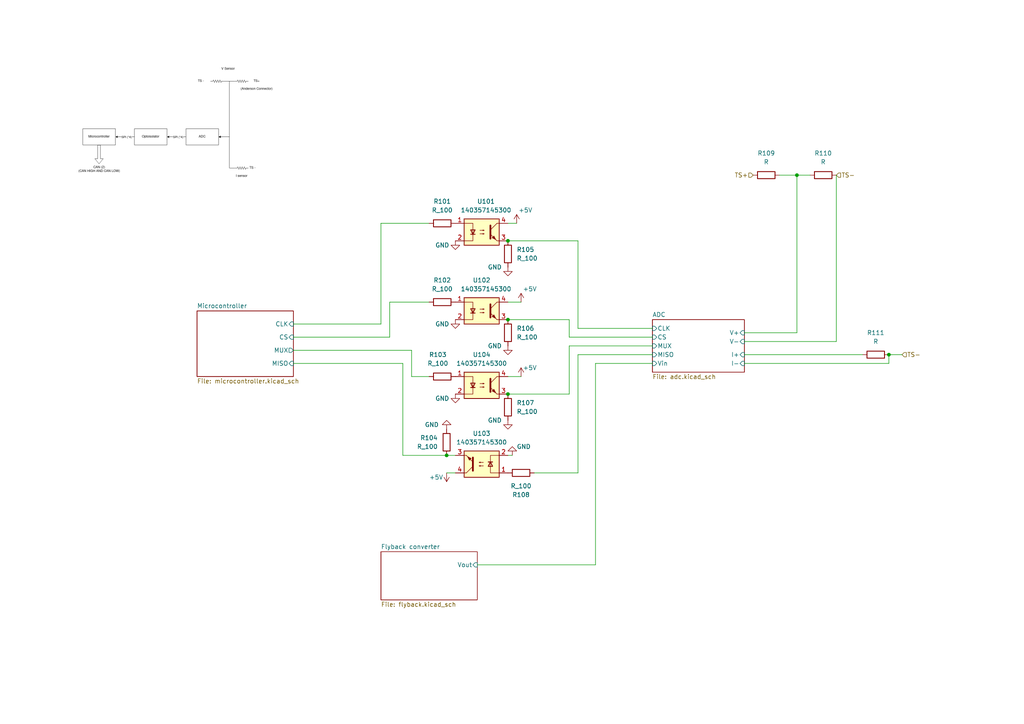
<source format=kicad_sch>
(kicad_sch (version 20211123) (generator eeschema)
  (paper "A4")
  (lib_symbols
    (symbol "Device:R" (pin_numbers hide) (pin_names (offset 0))
      (property "Reference" "R" (at 2.032 0 90))
      (property "Value" "R" (at 0 0 90))
      (symbol "R_0_1"
        (rectangle (start -1.016 -2.54) (end 1.016 2.54) (stroke (width 0.254)))
      )
      (symbol "R_1_1"
        (pin passive line (at 0 3.81 270) (length 1.27) (name "~") (number "1"))
        (pin passive line (at 0 -3.81 90) (length 1.27) (name "~") (number "2"))
      )
    )
    (symbol "OEM:140357145300 "
      (property "Reference" "U" (at -5.08 5.08 0))
      (property "Value" "140357145300 " (at 0 5.08 0))
      (symbol "140357145300 _0_1"
        (rectangle (start -5.08 3.81) (end 5.08 -3.81) (stroke (width 0.254)) (fill (type background)))
        (polyline (pts (xy -3.175 -0.635) (xy -1.905 -0.635)) (stroke (width 0.254)))
        (polyline (pts (xy 2.54 0.635) (xy 4.445 2.54)))
        (polyline (pts (xy 4.445 -2.54) (xy 2.54 -0.635)) (fill (type outline)))
        (polyline (pts (xy 4.445 -2.54) (xy 5.08 -2.54)))
        (polyline (pts (xy 4.445 2.54) (xy 5.08 2.54)))
        (polyline (pts (xy -5.08 2.54) (xy -2.54 2.54) (xy -2.54 -0.635)))
        (polyline (pts (xy -2.54 -0.635) (xy -2.54 -2.54) (xy -5.08 -2.54)))
        (polyline (pts (xy 2.54 1.905) (xy 2.54 -1.905) (xy 2.54 -1.905)) (stroke (width 0.508)))
        (polyline (pts (xy -2.54 -0.635) (xy -3.175 0.635) (xy -1.905 0.635) (xy -2.54 -0.635)) (stroke (width 0.254)))
        (polyline (pts (xy -0.508 -0.508) (xy 0.762 -0.508) (xy 0.381 -0.635) (xy 0.381 -0.381) (xy 0.762 -0.508)))
        (polyline (pts (xy -0.508 0.508) (xy 0.762 0.508) (xy 0.381 0.381) (xy 0.381 0.635) (xy 0.762 0.508)))
        (polyline (pts (xy 3.048 -1.651) (xy 3.556 -1.143) (xy 4.064 -2.159) (xy 3.048 -1.651) (xy 3.048 -1.651)) (fill (type outline)))
      )
      (symbol "140357145300 _1_1"
        (pin passive line (at -7.62 2.54 0) (length 2.54) (name "~") (number "1"))
        (pin passive line (at -7.62 -2.54 0) (length 2.54) (name "~") (number "2"))
        (pin passive line (at 7.62 -2.54 180) (length 2.54) (name "~") (number "3"))
        (pin passive line (at 7.62 2.54 180) (length 2.54) (name "~") (number "4"))
      )
    )
    (symbol "formula:R_100" (pin_numbers hide) (pin_names (offset 0))
      (property "Reference" "R" (at 2.032 0 90))
      (property "Value" "R_100" (at -2.54 0 90))
      (symbol "R_100_0_1"
        (rectangle (start -1.016 -2.54) (end 1.016 2.54) (stroke (width 0.254)))
      )
      (symbol "R_100_1_1"
        (pin passive line (at 0 3.81 270) (length 1.27) (name "~") (number "1"))
        (pin passive line (at 0 -3.81 90) (length 1.27) (name "~") (number "2"))
      )
    )
    (symbol "power:+5V" (power) (pin_names (offset 0))
      (property "Value" "+5V" (at 0 3.556 0))
      (symbol "+5V_0_1"
        (polyline (pts (xy -0.762 1.27) (xy 0 2.54)))
        (polyline (pts (xy 0 0) (xy 0 2.54)))
        (polyline (pts (xy 0 2.54) (xy 0.762 1.27)))
      )
      (symbol "+5V_1_1"
        (pin power_in line (at 0 0 90) (length 0) hide (name "+5V") (number "1"))
      )
    )
    (symbol "power:GND" (power) (pin_names (offset 0))
      (property "Value" "GND" (at 0 -3.81 0))
      (symbol "GND_0_1"
        (polyline (pts (xy 0 0) (xy 0 -1.27) (xy 1.27 -1.27) (xy 0 -2.54) (xy -1.27 -1.27) (xy 0 -1.27)))
      )
      (symbol "GND_1_1"
        (pin power_in line (at 0 0 270) (length 0) hide (name "GND") (number "1"))
      )
    )
  )
  (junction (at 147.32 92.71))
  (junction (at 129.54 132.08))
  (junction (at 231.14 50.8))
  (junction (at 257.81 102.87))
  (junction (at 147.32 69.85))
  (junction (at 147.32 114.3))
  (wire (pts (xy 165.1 114.3) (xy 147.32 114.3)))
  (wire (pts (xy 154.94 137.16) (xy 167.64 137.16)))
  (wire (pts (xy 113.03 97.79) (xy 113.03 87.63)))
  (wire (pts (xy 215.9 96.52) (xy 231.14 96.52)))
  (wire (pts (xy 147.32 92.71) (xy 165.1 92.71)))
  (wire (pts (xy 147.32 109.22) (xy 151.13 109.22)))
  (wire (pts (xy 242.57 99.06) (xy 242.57 50.8)))
  (wire (pts (xy 110.49 64.77) (xy 124.46 64.77)))
  (wire (pts (xy 165.1 100.33) (xy 165.1 114.3)))
  (wire (pts (xy 189.23 95.25) (xy 167.64 95.25)))
  (wire (pts (xy 167.64 137.16) (xy 167.64 102.87)))
  (wire (pts (xy 148.59 132.08) (xy 147.32 132.08)))
  (wire (pts (xy 138.43 163.83) (xy 172.72 163.83)))
  (wire (pts (xy 189.23 97.79) (xy 165.1 97.79)))
  (wire (pts (xy 85.09 97.79) (xy 113.03 97.79)))
  (wire (pts (xy 215.9 105.41) (xy 257.81 105.41)))
  (wire (pts (xy 172.72 105.41) (xy 189.23 105.41)))
  (wire (pts (xy 129.54 132.08) (xy 132.08 132.08)))
  (wire (pts (xy 119.38 109.22) (xy 124.46 109.22)))
  (wire (pts (xy 165.1 97.79) (xy 165.1 92.71)))
  (wire (pts (xy 129.54 137.16) (xy 132.08 137.16)))
  (wire (pts (xy 215.9 102.87) (xy 250.19 102.87)))
  (wire (pts (xy 116.84 105.41) (xy 116.84 132.08)))
  (wire (pts (xy 189.23 102.87) (xy 167.64 102.87)))
  (wire (pts (xy 85.09 105.41) (xy 116.84 105.41)))
  (wire (pts (xy 85.09 93.98) (xy 110.49 93.98)))
  (wire (pts (xy 116.84 132.08) (xy 129.54 132.08)))
  (wire (pts (xy 167.64 69.85) (xy 147.32 69.85)))
  (wire (pts (xy 113.03 87.63) (xy 124.46 87.63)))
  (wire (pts (xy 167.64 95.25) (xy 167.64 69.85)))
  (wire (pts (xy 110.49 93.98) (xy 110.49 64.77)))
  (wire (pts (xy 147.32 87.63) (xy 151.13 87.63)))
  (wire (pts (xy 165.1 100.33) (xy 189.23 100.33)))
  (wire (pts (xy 147.32 64.77) (xy 149.86 64.77)))
  (wire (pts (xy 215.9 99.06) (xy 242.57 99.06)))
  (wire (pts (xy 257.81 102.87) (xy 261.62 102.87)))
  (wire (pts (xy 85.09 101.6) (xy 119.38 101.6)))
  (wire (pts (xy 226.06 50.8) (xy 231.14 50.8)))
  (wire (pts (xy 257.81 105.41) (xy 257.81 102.87)))
  (wire (pts (xy 231.14 96.52) (xy 231.14 50.8)))
  (wire (pts (xy 119.38 101.6) (xy 119.38 109.22)))
  (wire (pts (xy 172.72 163.83) (xy 172.72 105.41)))
  (wire (pts (xy 231.14 50.8) (xy 234.95 50.8)))
  (image (at 50.8 35.56) (scale 0.929589))
  (hierarchical_label "TS-" (shape input) (at 261.62 102.87 0))
  (hierarchical_label "TS+" (shape input) (at 218.44 50.8 180))
  (hierarchical_label "TS-" (shape input) (at 242.57 50.8 0))
  (symbol (lib_id "formula:R_100") (at 128.27 87.63 90) (unit 1)
    (property "Reference" "R102" (at 128.27 81.28 90))
    (property "Value" "R_100" (at 128.27 83.82 90))
    (property "Footprint" "footprints:R_0805_OEM" (effects hide))
    (property "Datasheet" "https://www.seielect.com/Catalog/SEI-rncp.pdf" (effects hide))
    (property "MFN" "DK" (effects hide))
    (property "MPN" "RNCP0805FTD100RCT-ND" (effects hide))
    (property "PurchasingLink" "https://www.digikey.com/products/en?keywords=RNCP0805FTD100RCT-ND" (effects hide))
  )
  (symbol (lib_id "power:GND") (at 132.08 92.71 0) (unit 1)
    (property "Reference" "#PWR?" (effects hide))
    (property "Value" "GND" (at 128.27 93.98 0))
  )
  (symbol (lib_id "power:+5V") (at 129.54 137.16 180) (unit 1)
    (property "Reference" "#PWR?" (effects hide))
    (property "Value" "+5V" (at 124.46 138.43 0) (effects (justify right)))
  )
  (symbol (lib_id "formula:R_100") (at 128.27 64.77 90) (unit 1)
    (property "Reference" "R101" (at 128.27 58.42 90))
    (property "Value" "R_100" (at 128.27 60.96 90))
    (property "Footprint" "footprints:R_0805_OEM" (effects hide))
    (property "Datasheet" "https://www.seielect.com/Catalog/SEI-rncp.pdf" (effects hide))
    (property "MFN" "DK" (effects hide))
    (property "MPN" "RNCP0805FTD100RCT-ND" (effects hide))
    (property "PurchasingLink" "https://www.digikey.com/products/en?keywords=RNCP0805FTD100RCT-ND" (effects hide))
  )
  (symbol (lib_id "power:GND") (at 147.32 100.33 0) (unit 1)
    (property "Reference" "#PWR?" (effects hide))
    (property "Value" "GND" (at 143.51 100.33 0))
  )
  (symbol (lib_id "Device:R") (at 238.76 50.8 90) (unit 1)
    (property "Reference" "R110" (at 238.76 44.45 90))
    (property "Value" "R" (at 238.76 46.99 90))
  )
  (symbol (lib_id "OEM:140357145300 ") (at 139.7 134.62 180) (unit 1)
    (property "Reference" "U103" (at 139.7 125.73 0))
    (property "Value" "140357145300 " (at 139.7 128.27 0))
    (property "Datasheet" "https://www.we-online.com/components/products/datasheet/140357145300.pdf" (effects hide))
  )
  (symbol (lib_id "power:GND") (at 132.08 69.85 0) (unit 1)
    (property "Reference" "#PWR?" (effects hide))
    (property "Value" "GND" (at 128.27 71.12 0))
  )
  (symbol (lib_id "Device:R") (at 254 102.87 90) (unit 1)
    (property "Reference" "R111" (at 254 96.52 90))
    (property "Value" "R" (at 254 99.06 90))
  )
  (symbol (lib_id "Device:R") (at 222.25 50.8 90) (unit 1)
    (property "Reference" "R109" (at 222.25 44.45 90))
    (property "Value" "R" (at 222.25 46.99 90))
  )
  (symbol (lib_id "OEM:140357145300 ") (at 139.7 90.17 0) (unit 1)
    (property "Reference" "U102" (at 139.7 81.28 0))
    (property "Value" "140357145300 " (at 140.97 83.82 0))
    (property "Datasheet" "https://www.we-online.com/components/products/datasheet/140357145300.pdf" (effects hide))
  )
  (symbol (lib_id "formula:R_100") (at 147.32 118.11 0) (unit 1)
    (property "Reference" "R107" (at 149.86 116.84 0) (effects (justify left)))
    (property "Value" "R_100" (at 149.86 119.38 0) (effects (justify left)))
    (property "Footprint" "footprints:R_0805_OEM" (effects hide))
    (property "Datasheet" "https://www.seielect.com/Catalog/SEI-rncp.pdf" (effects hide))
    (property "MFN" "DK" (effects hide))
    (property "MPN" "RNCP0805FTD100RCT-ND" (effects hide))
    (property "PurchasingLink" "https://www.digikey.com/products/en?keywords=RNCP0805FTD100RCT-ND" (effects hide))
  )
  (symbol (lib_id "power:GND") (at 148.59 132.08 180) (unit 1)
    (property "Reference" "#PWR?" (effects hide))
    (property "Value" "GND" (at 149.86 129.54 0) (effects (justify right)))
  )
  (symbol (lib_id "power:+5V") (at 151.13 109.22 0) (unit 1)
    (property "Reference" "#PWR?" (effects hide))
    (property "Value" "+5V" (at 153.67 106.68 0))
  )
  (symbol (lib_id "OEM:140357145300 ") (at 139.7 111.76 0) (unit 1)
    (property "Reference" "U104" (at 139.7 102.87 0))
    (property "Value" "140357145300 " (at 139.7 105.41 0))
    (property "Datasheet" "https://www.we-online.com/components/products/datasheet/140357145300.pdf" (effects hide))
  )
  (symbol (lib_id "power:GND") (at 129.54 124.46 180) (unit 1)
    (property "Reference" "#PWR?" (effects hide))
    (property "Value" "GND" (at 123.19 123.19 0) (effects (justify right)))
  )
  (symbol (lib_id "power:GND") (at 132.08 114.3 0) (unit 1)
    (property "Reference" "#PWR?" (effects hide))
    (property "Value" "GND" (at 128.27 115.57 0))
  )
  (symbol (lib_id "formula:R_100") (at 147.32 96.52 0) (unit 1)
    (property "Reference" "R106" (at 149.86 95.2499 0) (effects (justify left)))
    (property "Value" "R_100" (at 149.86 97.79 0) (effects (justify left)))
    (property "Footprint" "footprints:R_0805_OEM" (effects hide))
    (property "Datasheet" "https://www.seielect.com/Catalog/SEI-rncp.pdf" (effects hide))
    (property "MFN" "DK" (effects hide))
    (property "MPN" "RNCP0805FTD100RCT-ND" (effects hide))
    (property "PurchasingLink" "https://www.digikey.com/products/en?keywords=RNCP0805FTD100RCT-ND" (effects hide))
  )
  (symbol (lib_id "power:+5V") (at 151.13 87.63 0) (unit 1)
    (property "Reference" "#PWR?" (effects hide))
    (property "Value" "+5V" (at 153.67 83.82 0))
  )
  (symbol (lib_id "formula:R_100") (at 128.27 109.22 90) (unit 1)
    (property "Reference" "R103" (at 127 102.87 90))
    (property "Value" "R_100" (at 127 105.41 90))
    (property "Footprint" "footprints:R_0805_OEM" (effects hide))
    (property "Datasheet" "https://www.seielect.com/Catalog/SEI-rncp.pdf" (effects hide))
    (property "MFN" "DK" (effects hide))
    (property "MPN" "RNCP0805FTD100RCT-ND" (effects hide))
    (property "PurchasingLink" "https://www.digikey.com/products/en?keywords=RNCP0805FTD100RCT-ND" (effects hide))
  )
  (symbol (lib_id "formula:R_100") (at 151.13 137.16 270) (unit 1)
    (property "Reference" "R108" (at 151.13 143.51 90))
    (property "Value" "R_100" (at 151.13 140.97 90))
    (property "Footprint" "footprints:R_0805_OEM" (effects hide))
    (property "Datasheet" "https://www.seielect.com/Catalog/SEI-rncp.pdf" (effects hide))
    (property "MFN" "DK" (effects hide))
    (property "MPN" "RNCP0805FTD100RCT-ND" (effects hide))
    (property "PurchasingLink" "https://www.digikey.com/products/en?keywords=RNCP0805FTD100RCT-ND" (effects hide))
  )
  (symbol (lib_id "OEM:140357145300 ") (at 139.7 67.31 0) (unit 1)
    (property "Reference" "U101" (at 140.97 58.42 0))
    (property "Value" "140357145300 " (at 140.97 60.96 0))
    (property "Datasheet" "https://www.we-online.com/components/products/datasheet/140357145300.pdf" (effects hide))
  )
  (symbol (lib_id "power:+5V") (at 149.86 64.77 0) (unit 1)
    (property "Reference" "#PWR?" (effects hide))
    (property "Value" "+5V" (at 152.4 60.96 0))
  )
  (symbol (lib_id "power:GND") (at 147.32 77.47 0) (unit 1)
    (property "Reference" "#PWR?" (effects hide))
    (property "Value" "GND" (at 143.51 77.47 0))
  )
  (symbol (lib_id "formula:R_100") (at 129.54 128.27 180) (unit 1)
    (property "Reference" "R104" (at 127 127 0) (effects (justify left)))
    (property "Value" "R_100" (at 127 129.54 0) (effects (justify left)))
    (property "Footprint" "footprints:R_0805_OEM" (effects hide))
    (property "Datasheet" "https://www.seielect.com/Catalog/SEI-rncp.pdf" (effects hide))
    (property "MFN" "DK" (effects hide))
    (property "MPN" "RNCP0805FTD100RCT-ND" (effects hide))
    (property "PurchasingLink" "https://www.digikey.com/products/en?keywords=RNCP0805FTD100RCT-ND" (effects hide))
  )
  (symbol (lib_id "formula:R_100") (at 147.32 73.66 0) (unit 1)
    (property "Reference" "R105" (at 149.86 72.3899 0) (effects (justify left)))
    (property "Value" "R_100" (at 149.86 74.9299 0) (effects (justify left)))
    (property "Footprint" "footprints:R_0805_OEM" (effects hide))
    (property "Datasheet" "https://www.seielect.com/Catalog/SEI-rncp.pdf" (effects hide))
    (property "MFN" "DK" (effects hide))
    (property "MPN" "RNCP0805FTD100RCT-ND" (effects hide))
    (property "PurchasingLink" "https://www.digikey.com/products/en?keywords=RNCP0805FTD100RCT-ND" (effects hide))
  )
  (symbol (lib_id "power:GND") (at 147.32 121.92 0) (unit 1)
    (property "Reference" "#PWR?" (effects hide))
    (property "Value" "GND" (at 143.51 121.92 0))
  )
  (sheet (at 110.49 160.02) (size 27.94 13.97) (stroke (width 0.1524))
    (property "Sheet name" "Flyback converter " (at 110.49 159.3084 0) (effects (justify left bottom)))
    (property "Sheet file" "flyback.kicad_sch" (at 110.49 174.5746 0) (effects (justify left top)))
    (pin "Vout" input (at 138.43 163.83 0))
  )
  (sheet (at 189.23 92.71) (size 26.67 15.24) (stroke (width 0.1524))
    (property "Sheet name" "ADC" (at 189.23 91.9984 0) (effects (justify left bottom)))
    (property "Sheet file" "adc.kicad_sch" (at 189.23 108.5346 0) (effects (justify left top)))
    (pin "Vin" input (at 189.23 105.41 180))
    (pin "MISO" input (at 189.23 102.87 180))
    (pin "CS" input (at 189.23 97.79 180))
    (pin "CLK" input (at 189.23 95.25 180))
    (pin "V+" input (at 215.9 96.52 0))
    (pin "V-" input (at 215.9 99.06 0))
    (pin "I-" input (at 215.9 105.41 0))
    (pin "I+" input (at 215.9 102.87 0))
    (pin "MUX" input (at 189.23 100.33 180))
  )
  (sheet (at 57.15 90.17) (size 27.94 19.05) (stroke (width 0.1524))
    (property "Sheet name" "Microcontroller " (at 57.15 89.4584 0) (effects (justify left bottom)))
    (property "Sheet file" "microcontroller.kicad_sch" (at 57.15 109.8046 0) (effects (justify left top)))
    (pin "MUX" output (at 85.09 101.6 0))
    (pin "MISO" input (at 85.09 105.41 0))
    (pin "CLK" input (at 85.09 93.98 0))
    (pin "CS" input (at 85.09 97.79 0))
  )
)
</source>
